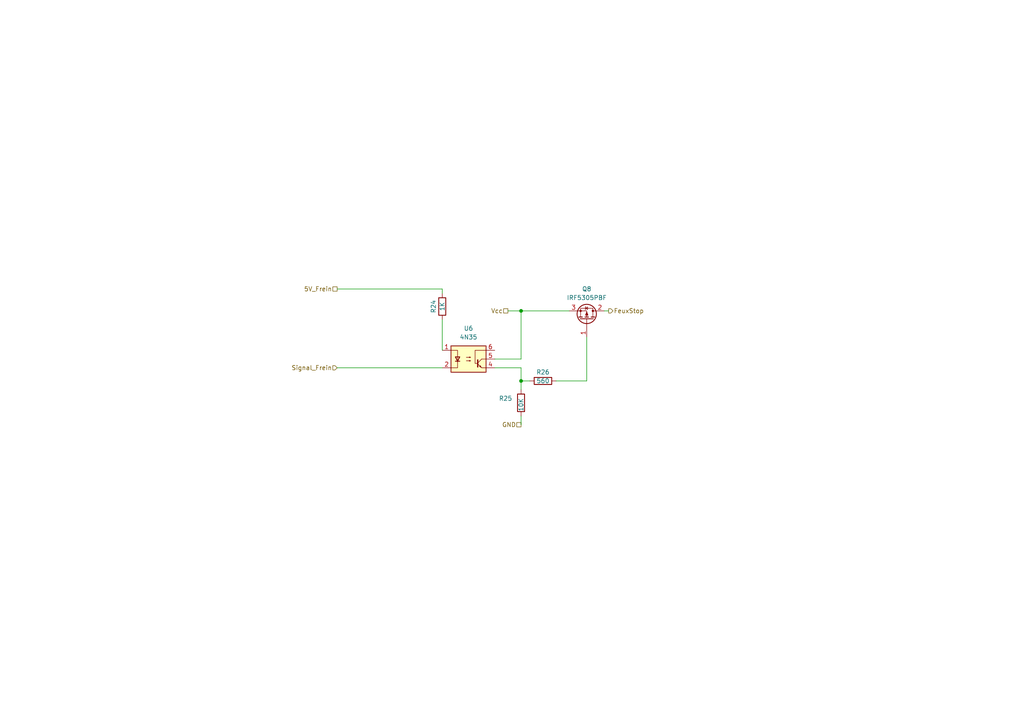
<source format=kicad_sch>
(kicad_sch (version 20211123) (generator eeschema)
  (paper "A4")
  (lib_symbols
    (symbol "Device:R" (pin_numbers hide) (pin_names (offset 0))
      (property "Reference" "R" (at 2.032 0 90))
      (property "Value" "R" (at 0 0 90))
      (symbol "R_0_1"
        (rectangle (start -1.016 -2.54) (end 1.016 2.54) (stroke (width 0.254)))
      )
      (symbol "R_1_1"
        (pin passive line (at 0 3.81 270) (length 1.27) (name "~") (number "1"))
        (pin passive line (at 0 -3.81 90) (length 1.27) (name "~") (number "2"))
      )
    )
    (symbol "Isolator:4N35" (pin_names (offset 1.016))
      (property "Reference" "U" (at -5.08 5.08 0))
      (property "Value" "4N35" (at 0 5.08 0))
      (symbol "4N35_0_1"
        (rectangle (start -5.08 3.81) (end 5.08 -3.81) (stroke (width 0.254)) (fill (type background)))
        (polyline (pts (xy -3.81 -0.635) (xy -2.54 -0.635)) (stroke (width 0.254)))
        (polyline (pts (xy 2.667 -1.397) (xy 3.81 -2.54)))
        (polyline (pts (xy 2.667 -1.143) (xy 3.81 0)))
        (polyline (pts (xy 3.81 -2.54) (xy 5.08 -2.54)))
        (polyline (pts (xy 3.81 0) (xy 5.08 0)))
        (polyline (pts (xy 2.667 -0.254) (xy 2.667 -2.286) (xy 2.667 -2.286)) (stroke (width 0.3556)))
        (polyline (pts (xy -5.08 -2.54) (xy -3.175 -2.54) (xy -3.175 2.54) (xy -5.08 2.54)))
        (polyline (pts (xy -3.175 -0.635) (xy -3.81 0.635) (xy -2.54 0.635) (xy -3.175 -0.635)) (stroke (width 0.254)))
        (polyline (pts (xy 3.683 -2.413) (xy 3.429 -1.905) (xy 3.175 -2.159) (xy 3.683 -2.413)))
        (polyline (pts (xy 5.08 2.54) (xy 1.905 2.54) (xy 1.905 -1.27) (xy 2.54 -1.27)))
        (polyline (pts (xy -0.635 -0.508) (xy 0.635 -0.508) (xy 0.254 -0.635) (xy 0.254 -0.381) (xy 0.635 -0.508)))
        (polyline (pts (xy -0.635 0.508) (xy 0.635 0.508) (xy 0.254 0.381) (xy 0.254 0.635) (xy 0.635 0.508)))
      )
      (symbol "4N35_1_1"
        (pin passive line (at -7.62 2.54 0) (length 2.54) (name "~") (number "1"))
        (pin passive line (at -7.62 -2.54 0) (length 2.54) (name "~") (number "2"))
        (pin no_connect line (at -5.08 0 0) (length 2.54) hide (name "NC") (number "3"))
        (pin passive line (at 7.62 -2.54 180) (length 2.54) (name "~") (number "4"))
        (pin passive line (at 7.62 0 180) (length 2.54) (name "~") (number "5"))
        (pin passive line (at 7.62 2.54 180) (length 2.54) (name "~") (number "6"))
      )
    )
    (symbol "Transistor_FET:FQP27P06" (pin_names hide)
      (property "Reference" "Q" (at 5.08 1.905 0))
      (property "Value" "FQP27P06" (at 5.08 0 0))
      (symbol "FQP27P06_0_1"
        (polyline (pts (xy 0.254 0) (xy -2.54 0)))
        (polyline (pts (xy 0.254 1.905) (xy 0.254 -1.905)) (stroke (width 0.254)))
        (polyline (pts (xy 0.762 -1.27) (xy 0.762 -2.286)) (stroke (width 0.254)))
        (polyline (pts (xy 0.762 0.508) (xy 0.762 -0.508)) (stroke (width 0.254)))
        (polyline (pts (xy 0.762 2.286) (xy 0.762 1.27)) (stroke (width 0.254)))
        (polyline (pts (xy 2.54 2.54) (xy 2.54 1.778)))
        (polyline (pts (xy 2.54 -2.54) (xy 2.54 0) (xy 0.762 0)))
        (polyline (pts (xy 0.762 1.778) (xy 3.302 1.778) (xy 3.302 -1.778) (xy 0.762 -1.778)))
        (polyline (pts (xy 2.286 0) (xy 1.27 0.381) (xy 1.27 -0.381) (xy 2.286 0)) (fill (type outline)))
        (polyline (pts (xy 2.794 -0.508) (xy 2.921 -0.381) (xy 3.683 -0.381) (xy 3.81 -0.254)))
        (polyline (pts (xy 3.302 -0.381) (xy 2.921 0.254) (xy 3.683 0.254) (xy 3.302 -0.381)))
        (circle (center 1.651 0) (radius 2.794) (stroke (width 0.254)))
        (circle (center 2.54 -1.778) (radius 0.254) (fill (type outline)))
        (circle (center 2.54 1.778) (radius 0.254) (fill (type outline)))
      )
      (symbol "FQP27P06_1_1"
        (pin input line (at -5.08 0 0) (length 2.54) (name "G") (number "1"))
        (pin passive line (at 2.54 5.08 270) (length 2.54) (name "D") (number "2"))
        (pin passive line (at 2.54 -5.08 90) (length 2.54) (name "S") (number "3"))
      )
    )
  )
  (junction (at 151.13 90.17))
  (junction (at 151.13 110.49))
  (wire (pts (xy 128.27 85.09) (xy 128.27 83.82)))
  (wire (pts (xy 151.13 90.17) (xy 151.13 104.14)))
  (wire (pts (xy 151.13 110.49) (xy 151.13 106.68)))
  (wire (pts (xy 161.29 110.49) (xy 170.18 110.49)))
  (wire (pts (xy 147.32 90.17) (xy 151.13 90.17)))
  (wire (pts (xy 151.13 104.14) (xy 143.51 104.14)))
  (wire (pts (xy 153.67 110.49) (xy 151.13 110.49)))
  (wire (pts (xy 151.13 106.68) (xy 143.51 106.68)))
  (wire (pts (xy 151.13 90.17) (xy 165.1 90.17)))
  (wire (pts (xy 151.13 113.03) (xy 151.13 110.49)))
  (wire (pts (xy 128.27 92.71) (xy 128.27 101.6)))
  (wire (pts (xy 170.18 110.49) (xy 170.18 97.79)))
  (wire (pts (xy 151.13 120.65) (xy 151.13 123.19)))
  (wire (pts (xy 97.79 83.82) (xy 128.27 83.82)))
  (wire (pts (xy 97.79 106.68) (xy 128.27 106.68)))
  (wire (pts (xy 175.26 90.17) (xy 176.53 90.17)))
  (hierarchical_label "Vcc" (shape passive) (at 147.32 90.17 180))
  (hierarchical_label "Signal_Frein" (shape input) (at 97.79 106.68 180))
  (hierarchical_label "5V_Frein" (shape passive) (at 97.79 83.82 180))
  (hierarchical_label "GND" (shape passive) (at 151.13 123.19 180))
  (hierarchical_label "FeuxStop" (shape output) (at 176.53 90.17 0))
  (symbol (lib_id "Device:R") (at 128.27 88.9 180) (unit 1)
    (property "Reference" "R24" (at 125.73 88.9 90))
    (property "Value" "1K" (at 128.27 88.9 90))
    (property "Footprint" "Resistor_THT:R_Axial_DIN0207_L6.3mm_D2.5mm_P10.16mm_Horizontal" (effects hide))
  )
  (symbol (lib_id "Device:R") (at 151.13 116.84 0) (mirror y) (unit 1)
    (property "Reference" "R25" (at 148.59 115.5699 0) (effects (justify left)))
    (property "Value" "10K" (at 151.13 119.38 90) (effects (justify left)))
    (property "Footprint" "Resistor_THT:R_Axial_DIN0207_L6.3mm_D2.5mm_P10.16mm_Horizontal" (effects hide))
  )
  (symbol (lib_id "Device:R") (at 157.48 110.49 270) (mirror x) (unit 1)
    (property "Reference" "R26" (at 157.48 107.95 90))
    (property "Value" "560" (at 157.48 110.49 90))
    (property "Footprint" "Resistor_THT:R_Axial_DIN0207_L6.3mm_D2.5mm_P10.16mm_Horizontal" (effects hide))
  )
  (symbol (lib_id "Transistor_FET:FQP27P06") (at 170.18 92.71 270) (mirror x) (unit 1)
    (property "Reference" "Q8" (at 170.18 83.82 90))
    (property "Value" "IRF5305PBF" (at 170.18 86.36 90))
    (property "Footprint" "circuit:TO-220-3_Vertical" (effects hide))
  )
  (symbol (lib_id "Isolator:4N35") (at 135.89 104.14 0) (unit 1)
    (property "Reference" "U6" (at 135.89 95.25 0))
    (property "Value" "4N35" (at 135.89 97.79 0))
    (property "Footprint" "Package_DIP:DIP-6_W7.62mm" (effects hide))
    (property "Datasheet" "https://www.vishay.com/docs/81181/4n35.pdf" (effects hide))
  )
)
</source>
